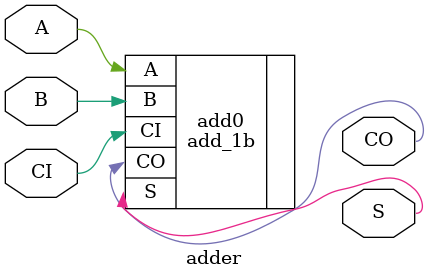
<source format=sv>
module adder(CO, S, CI, A, B);

	input CI, A, B;
	output CO, S;
	
	add_1b add0(.S, .CO, .CI, .A, .B);
	
endmodule
</source>
